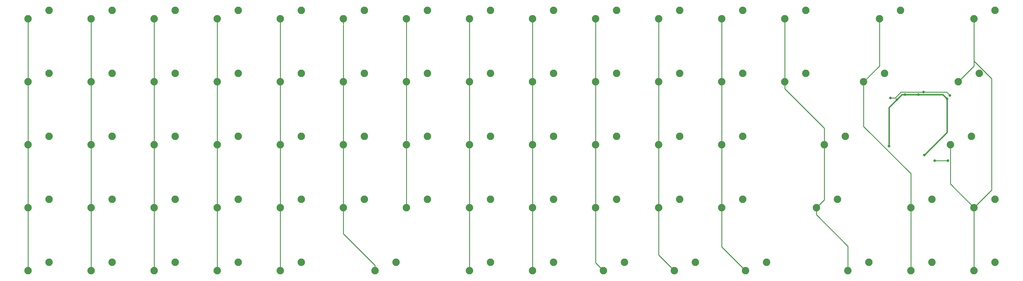
<source format=gtl>
G04 #@! TF.GenerationSoftware,KiCad,Pcbnew,(5.1.4)-1*
G04 #@! TF.CreationDate,2022-05-28T20:25:51-07:00*
G04 #@! TF.ProjectId,bakeneko65ortho,62616b65-6e65-46b6-9f36-356f7274686f,rev?*
G04 #@! TF.SameCoordinates,Original*
G04 #@! TF.FileFunction,Copper,L1,Top*
G04 #@! TF.FilePolarity,Positive*
%FSLAX46Y46*%
G04 Gerber Fmt 4.6, Leading zero omitted, Abs format (unit mm)*
G04 Created by KiCad (PCBNEW (5.1.4)-1) date 2022-05-28 20:25:51*
%MOMM*%
%LPD*%
G04 APERTURE LIST*
%ADD10C,2.250000*%
%ADD11C,0.800000*%
%ADD12C,0.381000*%
%ADD13C,0.250000*%
G04 APERTURE END LIST*
D10*
X82708750Y-17938750D03*
X76358750Y-20478750D03*
X247015000Y-56038750D03*
X240665000Y-58578750D03*
X244633750Y-75088750D03*
X238283750Y-77628750D03*
X258921250Y-36988750D03*
X252571250Y-39528750D03*
X285115000Y-56038750D03*
X278765000Y-58578750D03*
X287496250Y-36988750D03*
X281146250Y-39528750D03*
X25558750Y-17938750D03*
X19208750Y-20478750D03*
X292258750Y-94138750D03*
X285908750Y-96678750D03*
X273208750Y-94138750D03*
X266858750Y-96678750D03*
X254158750Y-94138750D03*
X247808750Y-96678750D03*
X223202500Y-94138750D03*
X216852500Y-96678750D03*
X201771250Y-94138750D03*
X195421250Y-96678750D03*
X180340000Y-94138750D03*
X173990000Y-96678750D03*
X158908750Y-94138750D03*
X152558750Y-96678750D03*
X139858750Y-94138750D03*
X133508750Y-96678750D03*
X111283750Y-94138750D03*
X104933750Y-96678750D03*
X82708750Y-94138750D03*
X76358750Y-96678750D03*
X63658750Y-94138750D03*
X57308750Y-96678750D03*
X44608750Y-94138750D03*
X38258750Y-96678750D03*
X25558750Y-94138750D03*
X19208750Y-96678750D03*
X6508750Y-94138750D03*
X158750Y-96678750D03*
X292258750Y-75088750D03*
X285908750Y-77628750D03*
X273208750Y-75088750D03*
X266858750Y-77628750D03*
X216058750Y-75088750D03*
X209708750Y-77628750D03*
X197008750Y-75088750D03*
X190658750Y-77628750D03*
X177958750Y-75088750D03*
X171608750Y-77628750D03*
X158908750Y-75088750D03*
X152558750Y-77628750D03*
X139858750Y-75088750D03*
X133508750Y-77628750D03*
X120808750Y-75088750D03*
X114458750Y-77628750D03*
X101758750Y-75088750D03*
X95408750Y-77628750D03*
X82708750Y-75088750D03*
X76358750Y-77628750D03*
X63658750Y-75088750D03*
X57308750Y-77628750D03*
X44608750Y-75088750D03*
X38258750Y-77628750D03*
X25558750Y-75088750D03*
X19208750Y-77628750D03*
X6508750Y-75088750D03*
X158750Y-77628750D03*
X216058750Y-56038750D03*
X209708750Y-58578750D03*
X197008750Y-56038750D03*
X190658750Y-58578750D03*
X177958750Y-56038750D03*
X171608750Y-58578750D03*
X158908750Y-56038750D03*
X152558750Y-58578750D03*
X139858750Y-56038750D03*
X133508750Y-58578750D03*
X120808750Y-56038750D03*
X114458750Y-58578750D03*
X101758750Y-56038750D03*
X95408750Y-58578750D03*
X82708750Y-56038750D03*
X76358750Y-58578750D03*
X63658750Y-56038750D03*
X57308750Y-58578750D03*
X44608750Y-56038750D03*
X38258750Y-58578750D03*
X25558750Y-56038750D03*
X19208750Y-58578750D03*
X6508750Y-56038750D03*
X158750Y-58578750D03*
X235108750Y-36988750D03*
X228758750Y-39528750D03*
X216058750Y-36988750D03*
X209708750Y-39528750D03*
X197008750Y-36988750D03*
X190658750Y-39528750D03*
X177958750Y-36988750D03*
X171608750Y-39528750D03*
X158908750Y-36988750D03*
X152558750Y-39528750D03*
X139858750Y-36988750D03*
X133508750Y-39528750D03*
X120808750Y-36988750D03*
X114458750Y-39528750D03*
X101758750Y-36988750D03*
X95408750Y-39528750D03*
X82708750Y-36988750D03*
X76358750Y-39528750D03*
X63658750Y-36988750D03*
X57308750Y-39528750D03*
X44608750Y-36988750D03*
X38258750Y-39528750D03*
X25558750Y-36988750D03*
X19208750Y-39528750D03*
X6508750Y-36988750D03*
X158750Y-39528750D03*
X292258750Y-17938750D03*
X285908750Y-20478750D03*
X263683750Y-17938750D03*
X257333750Y-20478750D03*
X235108750Y-17938750D03*
X228758750Y-20478750D03*
X216058750Y-17938750D03*
X209708750Y-20478750D03*
X197008750Y-17938750D03*
X190658750Y-20478750D03*
X177958750Y-17938750D03*
X171608750Y-20478750D03*
X158908750Y-17938750D03*
X152558750Y-20478750D03*
X139858750Y-17938750D03*
X133508750Y-20478750D03*
X120808750Y-17938750D03*
X114458750Y-20478750D03*
X101758750Y-17938750D03*
X95408750Y-20478750D03*
X63658750Y-17938750D03*
X57308750Y-20478750D03*
X44608750Y-17938750D03*
X38258750Y-20478750D03*
X6508750Y-17938750D03*
X158750Y-20478750D03*
D11*
X265049000Y-43434000D03*
X262636000Y-44958000D03*
X269113000Y-43434000D03*
X270891000Y-61722000D03*
X260223000Y-59055000D03*
X277749000Y-44704000D03*
X278638000Y-43688000D03*
X260656499Y-44450000D03*
X270673999Y-42643500D03*
X278040000Y-63437651D03*
X274001349Y-63437651D03*
D12*
X265049000Y-43434000D02*
X264160000Y-43434000D01*
X264160000Y-43434000D02*
X262636000Y-44958000D01*
X265049000Y-43434000D02*
X269113000Y-43434000D01*
X260223000Y-47371000D02*
X262636000Y-44958000D01*
X260223000Y-59055000D02*
X260223000Y-47371000D01*
X269113000Y-43434000D02*
X276479000Y-43434000D01*
X277749000Y-54864000D02*
X270891000Y-61722000D01*
X277749000Y-44704000D02*
X277749000Y-54864000D01*
X276479000Y-43434000D02*
X277749000Y-44704000D01*
D13*
X262070998Y-44450000D02*
X263811999Y-42708999D01*
X263811999Y-42708999D02*
X277658999Y-42708999D01*
X277658999Y-42708999D02*
X278638000Y-43688000D01*
X260656499Y-44450000D02*
X262070998Y-44450000D01*
X274567034Y-63437651D02*
X278040000Y-63437651D01*
X273876651Y-63437651D02*
X274001349Y-63437651D01*
X274567034Y-63437651D02*
X273876651Y-63437651D01*
X158750Y-22069740D02*
X158750Y-39528750D01*
X158750Y-20478750D02*
X158750Y-22069740D01*
X158750Y-41119740D02*
X158750Y-58578750D01*
X158750Y-39528750D02*
X158750Y-41119740D01*
X158750Y-60169740D02*
X158750Y-77628750D01*
X158750Y-58578750D02*
X158750Y-60169740D01*
X158750Y-79219740D02*
X158750Y-96678750D01*
X158750Y-77628750D02*
X158750Y-79219740D01*
X19208750Y-22069740D02*
X19208750Y-39528750D01*
X19208750Y-20478750D02*
X19208750Y-22069740D01*
X19208750Y-41119740D02*
X19208750Y-58578750D01*
X19208750Y-39528750D02*
X19208750Y-41119740D01*
X19208750Y-58578750D02*
X19208750Y-77628750D01*
X19208750Y-77628750D02*
X19208750Y-96678750D01*
X38258750Y-22069740D02*
X38258750Y-39528750D01*
X38258750Y-20478750D02*
X38258750Y-22069740D01*
X38258750Y-41119740D02*
X38258750Y-58578750D01*
X38258750Y-39528750D02*
X38258750Y-41119740D01*
X38258750Y-60169740D02*
X38258750Y-77628750D01*
X38258750Y-58578750D02*
X38258750Y-60169740D01*
X38258750Y-79219740D02*
X38258750Y-96678750D01*
X38258750Y-77628750D02*
X38258750Y-79219740D01*
X57308750Y-22640724D02*
X57308750Y-39528750D01*
X57308750Y-20478750D02*
X57308750Y-22640724D01*
X57308750Y-41119740D02*
X57308750Y-58578750D01*
X57308750Y-39528750D02*
X57308750Y-41119740D01*
X57308750Y-60169740D02*
X57308750Y-77628750D01*
X57308750Y-58578750D02*
X57308750Y-60169740D01*
X57308750Y-77628750D02*
X57308750Y-96678750D01*
X76358750Y-22069740D02*
X76358750Y-39528750D01*
X76358750Y-20478750D02*
X76358750Y-22069740D01*
X76358750Y-41119740D02*
X76358750Y-58578750D01*
X76358750Y-39528750D02*
X76358750Y-41119740D01*
X76358750Y-60169740D02*
X76358750Y-77628750D01*
X76358750Y-58578750D02*
X76358750Y-60169740D01*
X76358750Y-77628750D02*
X76358750Y-96678750D01*
X95408750Y-22323740D02*
X95408750Y-39782750D01*
X95408750Y-20478750D02*
X95408750Y-22069740D01*
X95408750Y-41119740D02*
X95408750Y-58578750D01*
X95408750Y-39528750D02*
X95408750Y-41119740D01*
X95408750Y-60169740D02*
X95408750Y-77628750D01*
X95408750Y-58578750D02*
X95408750Y-60169740D01*
X95408750Y-79219740D02*
X95408750Y-77628750D01*
X95408750Y-85562760D02*
X95408750Y-79219740D01*
X104933750Y-95087760D02*
X95408750Y-85562760D01*
X104933750Y-96678750D02*
X104933750Y-95087760D01*
X114458750Y-22069740D02*
X114458750Y-39528750D01*
X114458750Y-20478750D02*
X114458750Y-22069740D01*
X114458750Y-41119740D02*
X114458750Y-58578750D01*
X114458750Y-39528750D02*
X114458750Y-41119740D01*
X114458750Y-60169740D02*
X114458750Y-77628750D01*
X114458750Y-58578750D02*
X114458750Y-60169740D01*
X133508750Y-22069740D02*
X133508750Y-39528750D01*
X133508750Y-20478750D02*
X133508750Y-22069740D01*
X133508750Y-41119740D02*
X133508750Y-58578750D01*
X133508750Y-39528750D02*
X133508750Y-41119740D01*
X133508750Y-58578750D02*
X133508750Y-77628750D01*
X133508750Y-79219740D02*
X133508750Y-96678750D01*
X133508750Y-77628750D02*
X133508750Y-79219740D01*
X152558750Y-22069740D02*
X152558750Y-39528750D01*
X152558750Y-20478750D02*
X152558750Y-22069740D01*
X152558750Y-41119740D02*
X152558750Y-58578750D01*
X152558750Y-39528750D02*
X152558750Y-41119740D01*
X152558750Y-58578750D02*
X152558750Y-77628750D01*
X152558750Y-79219740D02*
X152558750Y-96678750D01*
X152558750Y-77628750D02*
X152558750Y-79219740D01*
X171608750Y-22069740D02*
X171608750Y-39528750D01*
X171608750Y-20478750D02*
X171608750Y-22069740D01*
X171608750Y-41119740D02*
X171608750Y-58578750D01*
X171608750Y-39528750D02*
X171608750Y-41119740D01*
X171608750Y-60169740D02*
X171608750Y-77628750D01*
X171608750Y-58578750D02*
X171608750Y-60169740D01*
X171608750Y-94297500D02*
X173990000Y-96678750D01*
X171608750Y-77628750D02*
X171608750Y-94297500D01*
X190658750Y-20478750D02*
X190658750Y-39528750D01*
X190658750Y-41119740D02*
X190658750Y-58578750D01*
X190658750Y-39528750D02*
X190658750Y-41119740D01*
X190658750Y-60169740D02*
X190658750Y-77628750D01*
X190658750Y-58578750D02*
X190658750Y-60169740D01*
X190658750Y-91916250D02*
X195421250Y-96678750D01*
X190658750Y-77628750D02*
X190658750Y-91916250D01*
X209708750Y-22069740D02*
X209708750Y-39528750D01*
X209708750Y-20478750D02*
X209708750Y-22069740D01*
X209708750Y-39528750D02*
X209708750Y-58578750D01*
X209708750Y-58578750D02*
X209708750Y-77628750D01*
X209708750Y-89535000D02*
X216852500Y-96678750D01*
X209708750Y-77628750D02*
X209708750Y-89535000D01*
X228758750Y-20478750D02*
X228758750Y-39528750D01*
X240665000Y-75247500D02*
X238283750Y-77628750D01*
X240665000Y-58578750D02*
X240665000Y-75247500D01*
X238283750Y-79219740D02*
X238283750Y-77628750D01*
X238283750Y-79790724D02*
X238283750Y-79219740D01*
X247808750Y-89315724D02*
X238283750Y-79790724D01*
X247808750Y-96678750D02*
X247808750Y-89315724D01*
X240665000Y-56987760D02*
X240665000Y-58578750D01*
X240665000Y-53596974D02*
X240665000Y-56987760D01*
X228758750Y-41690724D02*
X240665000Y-53596974D01*
X228758750Y-39528750D02*
X228758750Y-41690724D01*
X257333750Y-34766250D02*
X252571250Y-39528750D01*
X257333750Y-20478750D02*
X257333750Y-34766250D01*
X252571250Y-41119740D02*
X252571250Y-39528750D01*
X252571250Y-53060272D02*
X252571250Y-41119740D01*
X266858750Y-67347772D02*
X252571250Y-53060272D01*
X266858750Y-77628750D02*
X266858750Y-67347772D01*
X266858750Y-79219740D02*
X266858750Y-96678750D01*
X266858750Y-77628750D02*
X266858750Y-79219740D01*
X285908750Y-95087760D02*
X285908750Y-77628750D01*
X285908750Y-96678750D02*
X285908750Y-95087760D01*
X278765000Y-70485000D02*
X285908750Y-77628750D01*
X278765000Y-58578750D02*
X278765000Y-70485000D01*
X285908750Y-34766250D02*
X281146250Y-39528750D01*
X285908750Y-20478750D02*
X285908750Y-34766250D01*
X287033749Y-76503751D02*
X285908750Y-77628750D01*
X291236251Y-72301249D02*
X287033749Y-76503751D01*
X291236251Y-38582749D02*
X291236251Y-72301249D01*
X285908750Y-33255248D02*
X291236251Y-38582749D01*
X285908750Y-20478750D02*
X285908750Y-33255248D01*
M02*

</source>
